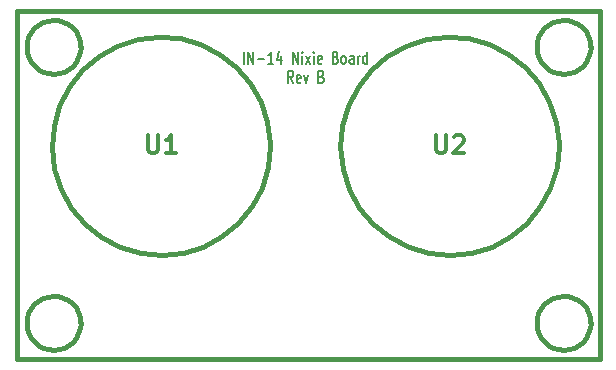
<source format=gto>
G04 (created by PCBNEW-RS274X (2011-04-29 BZR 2986)-stable) date 8/31/2011 10:38:09 PM*
G01*
G70*
G90*
%MOIN*%
G04 Gerber Fmt 3.4, Leading zero omitted, Abs format*
%FSLAX34Y34*%
G04 APERTURE LIST*
%ADD10C,0.006000*%
%ADD11C,0.015000*%
%ADD12C,0.007500*%
%ADD13C,0.012000*%
G04 APERTURE END LIST*
G54D10*
G54D11*
X07800Y-18600D02*
X27200Y-18600D01*
X07800Y-07000D02*
X27200Y-07000D01*
G54D12*
X15343Y-08762D02*
X15343Y-08362D01*
X15486Y-08762D02*
X15486Y-08362D01*
X15658Y-08762D01*
X15658Y-08362D01*
X15800Y-08610D02*
X16029Y-08610D01*
X16329Y-08762D02*
X16157Y-08762D01*
X16243Y-08762D02*
X16243Y-08362D01*
X16214Y-08419D01*
X16186Y-08457D01*
X16157Y-08476D01*
X16586Y-08495D02*
X16586Y-08762D01*
X16515Y-08343D02*
X16443Y-08629D01*
X16629Y-08629D01*
X16972Y-08762D02*
X16972Y-08362D01*
X17144Y-08762D01*
X17144Y-08362D01*
X17286Y-08762D02*
X17286Y-08495D01*
X17286Y-08362D02*
X17272Y-08381D01*
X17286Y-08400D01*
X17301Y-08381D01*
X17286Y-08362D01*
X17286Y-08400D01*
X17401Y-08762D02*
X17558Y-08495D01*
X17401Y-08495D02*
X17558Y-08762D01*
X17672Y-08762D02*
X17672Y-08495D01*
X17672Y-08362D02*
X17658Y-08381D01*
X17672Y-08400D01*
X17687Y-08381D01*
X17672Y-08362D01*
X17672Y-08400D01*
X17930Y-08743D02*
X17901Y-08762D01*
X17844Y-08762D01*
X17815Y-08743D01*
X17801Y-08705D01*
X17801Y-08552D01*
X17815Y-08514D01*
X17844Y-08495D01*
X17901Y-08495D01*
X17930Y-08514D01*
X17944Y-08552D01*
X17944Y-08590D01*
X17801Y-08629D01*
X18401Y-08552D02*
X18444Y-08571D01*
X18459Y-08590D01*
X18473Y-08629D01*
X18473Y-08686D01*
X18459Y-08724D01*
X18444Y-08743D01*
X18416Y-08762D01*
X18301Y-08762D01*
X18301Y-08362D01*
X18401Y-08362D01*
X18430Y-08381D01*
X18444Y-08400D01*
X18459Y-08438D01*
X18459Y-08476D01*
X18444Y-08514D01*
X18430Y-08533D01*
X18401Y-08552D01*
X18301Y-08552D01*
X18644Y-08762D02*
X18616Y-08743D01*
X18601Y-08724D01*
X18587Y-08686D01*
X18587Y-08571D01*
X18601Y-08533D01*
X18616Y-08514D01*
X18644Y-08495D01*
X18687Y-08495D01*
X18716Y-08514D01*
X18730Y-08533D01*
X18744Y-08571D01*
X18744Y-08686D01*
X18730Y-08724D01*
X18716Y-08743D01*
X18687Y-08762D01*
X18644Y-08762D01*
X19001Y-08762D02*
X19001Y-08552D01*
X18987Y-08514D01*
X18958Y-08495D01*
X18901Y-08495D01*
X18872Y-08514D01*
X19001Y-08743D02*
X18972Y-08762D01*
X18901Y-08762D01*
X18872Y-08743D01*
X18858Y-08705D01*
X18858Y-08667D01*
X18872Y-08629D01*
X18901Y-08610D01*
X18972Y-08610D01*
X19001Y-08590D01*
X19143Y-08762D02*
X19143Y-08495D01*
X19143Y-08571D02*
X19158Y-08533D01*
X19172Y-08514D01*
X19201Y-08495D01*
X19229Y-08495D01*
X19458Y-08762D02*
X19458Y-08362D01*
X19458Y-08743D02*
X19429Y-08762D01*
X19372Y-08762D01*
X19344Y-08743D01*
X19329Y-08724D01*
X19315Y-08686D01*
X19315Y-08571D01*
X19329Y-08533D01*
X19344Y-08514D01*
X19372Y-08495D01*
X19429Y-08495D01*
X19458Y-08514D01*
X16986Y-09397D02*
X16886Y-09206D01*
X16814Y-09397D02*
X16814Y-08997D01*
X16929Y-08997D01*
X16957Y-09016D01*
X16972Y-09035D01*
X16986Y-09073D01*
X16986Y-09130D01*
X16972Y-09168D01*
X16957Y-09187D01*
X16929Y-09206D01*
X16814Y-09206D01*
X17229Y-09378D02*
X17200Y-09397D01*
X17143Y-09397D01*
X17114Y-09378D01*
X17100Y-09340D01*
X17100Y-09187D01*
X17114Y-09149D01*
X17143Y-09130D01*
X17200Y-09130D01*
X17229Y-09149D01*
X17243Y-09187D01*
X17243Y-09225D01*
X17100Y-09264D01*
X17343Y-09130D02*
X17414Y-09397D01*
X17486Y-09130D01*
X17929Y-09187D02*
X17972Y-09206D01*
X17987Y-09225D01*
X18001Y-09264D01*
X18001Y-09321D01*
X17987Y-09359D01*
X17972Y-09378D01*
X17944Y-09397D01*
X17829Y-09397D01*
X17829Y-08997D01*
X17929Y-08997D01*
X17958Y-09016D01*
X17972Y-09035D01*
X17987Y-09073D01*
X17987Y-09111D01*
X17972Y-09149D01*
X17958Y-09168D01*
X17929Y-09187D01*
X17829Y-09187D01*
G54D11*
X07781Y-07000D02*
X07781Y-18600D01*
X27200Y-18600D02*
X27200Y-07000D01*
X26900Y-08200D02*
X26882Y-08374D01*
X26832Y-08542D01*
X26749Y-08698D01*
X26638Y-08834D01*
X26503Y-08946D01*
X26348Y-09029D01*
X26180Y-09081D01*
X26006Y-09099D01*
X25832Y-09084D01*
X25663Y-09034D01*
X25508Y-08953D01*
X25371Y-08843D01*
X25258Y-08708D01*
X25173Y-08554D01*
X25120Y-08387D01*
X25101Y-08212D01*
X25115Y-08038D01*
X25164Y-07869D01*
X25244Y-07713D01*
X25353Y-07575D01*
X25487Y-07461D01*
X25640Y-07376D01*
X25807Y-07321D01*
X25982Y-07301D01*
X26156Y-07314D01*
X26325Y-07361D01*
X26482Y-07441D01*
X26620Y-07549D01*
X26735Y-07682D01*
X26822Y-07834D01*
X26877Y-08001D01*
X26899Y-08175D01*
X26900Y-08200D01*
X26900Y-17400D02*
X26882Y-17574D01*
X26832Y-17742D01*
X26749Y-17898D01*
X26638Y-18034D01*
X26503Y-18146D01*
X26348Y-18229D01*
X26180Y-18281D01*
X26006Y-18299D01*
X25832Y-18284D01*
X25663Y-18234D01*
X25508Y-18153D01*
X25371Y-18043D01*
X25258Y-17908D01*
X25173Y-17754D01*
X25120Y-17587D01*
X25101Y-17412D01*
X25115Y-17238D01*
X25164Y-17069D01*
X25244Y-16913D01*
X25353Y-16775D01*
X25487Y-16661D01*
X25640Y-16576D01*
X25807Y-16521D01*
X25982Y-16501D01*
X26156Y-16514D01*
X26325Y-16561D01*
X26482Y-16641D01*
X26620Y-16749D01*
X26735Y-16882D01*
X26822Y-17034D01*
X26877Y-17201D01*
X26899Y-17375D01*
X26900Y-17400D01*
X09900Y-17400D02*
X09882Y-17574D01*
X09832Y-17742D01*
X09749Y-17898D01*
X09638Y-18034D01*
X09503Y-18146D01*
X09348Y-18229D01*
X09180Y-18281D01*
X09006Y-18299D01*
X08832Y-18284D01*
X08663Y-18234D01*
X08508Y-18153D01*
X08371Y-18043D01*
X08258Y-17908D01*
X08173Y-17754D01*
X08120Y-17587D01*
X08101Y-17412D01*
X08115Y-17238D01*
X08164Y-17069D01*
X08244Y-16913D01*
X08353Y-16775D01*
X08487Y-16661D01*
X08640Y-16576D01*
X08807Y-16521D01*
X08982Y-16501D01*
X09156Y-16514D01*
X09325Y-16561D01*
X09482Y-16641D01*
X09620Y-16749D01*
X09735Y-16882D01*
X09822Y-17034D01*
X09877Y-17201D01*
X09899Y-17375D01*
X09900Y-17400D01*
X09900Y-08200D02*
X09882Y-08374D01*
X09832Y-08542D01*
X09749Y-08698D01*
X09638Y-08834D01*
X09503Y-08946D01*
X09348Y-09029D01*
X09180Y-09081D01*
X09006Y-09099D01*
X08832Y-09084D01*
X08663Y-09034D01*
X08508Y-08953D01*
X08371Y-08843D01*
X08258Y-08708D01*
X08173Y-08554D01*
X08120Y-08387D01*
X08101Y-08212D01*
X08115Y-08038D01*
X08164Y-07869D01*
X08244Y-07713D01*
X08353Y-07575D01*
X08487Y-07461D01*
X08640Y-07376D01*
X08807Y-07321D01*
X08982Y-07301D01*
X09156Y-07314D01*
X09325Y-07361D01*
X09482Y-07441D01*
X09620Y-07549D01*
X09735Y-07682D01*
X09822Y-07834D01*
X09877Y-08001D01*
X09899Y-08175D01*
X09900Y-08200D01*
X16219Y-11500D02*
X16149Y-12206D01*
X15944Y-12886D01*
X15611Y-13513D01*
X15162Y-14063D01*
X14615Y-14516D01*
X13990Y-14853D01*
X13312Y-15063D01*
X12606Y-15137D01*
X11900Y-15073D01*
X11219Y-14873D01*
X10589Y-14544D01*
X10036Y-14099D01*
X09580Y-13555D01*
X09238Y-12933D01*
X09023Y-12256D01*
X08944Y-11550D01*
X09003Y-10844D01*
X09199Y-10161D01*
X09524Y-09530D01*
X09965Y-08973D01*
X10505Y-08513D01*
X11125Y-08167D01*
X11800Y-07947D01*
X12505Y-07863D01*
X13212Y-07918D01*
X13896Y-08109D01*
X14530Y-08429D01*
X15089Y-08866D01*
X15553Y-09403D01*
X15904Y-10021D01*
X16128Y-10695D01*
X16217Y-11399D01*
X16219Y-11500D01*
X25838Y-11500D02*
X25768Y-12206D01*
X25563Y-12886D01*
X25230Y-13513D01*
X24781Y-14063D01*
X24234Y-14516D01*
X23609Y-14853D01*
X22931Y-15063D01*
X22225Y-15137D01*
X21519Y-15073D01*
X20838Y-14873D01*
X20208Y-14544D01*
X19655Y-14099D01*
X19199Y-13555D01*
X18857Y-12933D01*
X18642Y-12256D01*
X18563Y-11550D01*
X18622Y-10844D01*
X18818Y-10161D01*
X19143Y-09530D01*
X19584Y-08973D01*
X20124Y-08513D01*
X20744Y-08167D01*
X21419Y-07947D01*
X22124Y-07863D01*
X22831Y-07918D01*
X23515Y-08109D01*
X24149Y-08429D01*
X24708Y-08866D01*
X25172Y-09403D01*
X25523Y-10021D01*
X25747Y-10695D01*
X25836Y-11399D01*
X25838Y-11500D01*
G54D13*
X12143Y-11143D02*
X12143Y-11629D01*
X12171Y-11686D01*
X12200Y-11714D01*
X12257Y-11743D01*
X12371Y-11743D01*
X12429Y-11714D01*
X12457Y-11686D01*
X12486Y-11629D01*
X12486Y-11143D01*
X13086Y-11743D02*
X12743Y-11743D01*
X12915Y-11743D02*
X12915Y-11143D01*
X12858Y-11229D01*
X12800Y-11286D01*
X12743Y-11314D01*
X21743Y-11143D02*
X21743Y-11629D01*
X21771Y-11686D01*
X21800Y-11714D01*
X21857Y-11743D01*
X21971Y-11743D01*
X22029Y-11714D01*
X22057Y-11686D01*
X22086Y-11629D01*
X22086Y-11143D01*
X22343Y-11200D02*
X22372Y-11171D01*
X22429Y-11143D01*
X22572Y-11143D01*
X22629Y-11171D01*
X22658Y-11200D01*
X22686Y-11257D01*
X22686Y-11314D01*
X22658Y-11400D01*
X22315Y-11743D01*
X22686Y-11743D01*
M02*

</source>
